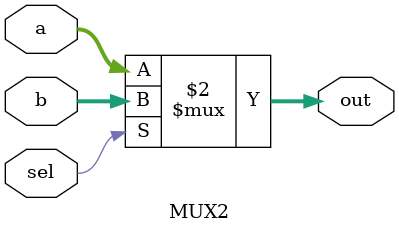
<source format=v>
`timescale 1ns / 1ps


module MUX2(
    input [31:0] a,
    input [31:0] b,
    input sel,
    output [31:0] out
    );
    assign out=(sel==0)?a:b;
endmodule

</source>
